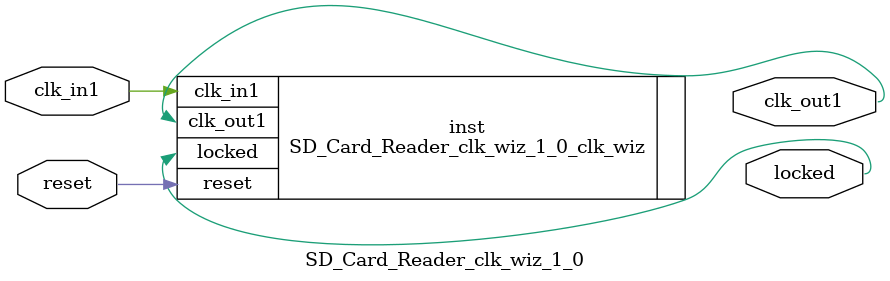
<source format=v>


`timescale 1ps/1ps

(* CORE_GENERATION_INFO = "SD_Card_Reader_clk_wiz_1_0,clk_wiz_v6_0_8_0_0,{component_name=SD_Card_Reader_clk_wiz_1_0,use_phase_alignment=true,use_min_o_jitter=false,use_max_i_jitter=false,use_dyn_phase_shift=false,use_inclk_switchover=false,use_dyn_reconfig=false,enable_axi=0,feedback_source=FDBK_AUTO,PRIMITIVE=MMCM,num_out_clk=1,clkin1_period=10.000,clkin2_period=10.000,use_power_down=false,use_reset=true,use_locked=true,use_inclk_stopped=false,feedback_type=SINGLE,CLOCK_MGR_TYPE=NA,manual_override=false}" *)

module SD_Card_Reader_clk_wiz_1_0 
 (
  // Clock out ports
  output        clk_out1,
  // Status and control signals
  input         reset,
  output        locked,
 // Clock in ports
  input         clk_in1
 );

  SD_Card_Reader_clk_wiz_1_0_clk_wiz inst
  (
  // Clock out ports  
  .clk_out1(clk_out1),
  // Status and control signals               
  .reset(reset), 
  .locked(locked),
 // Clock in ports
  .clk_in1(clk_in1)
  );

endmodule

</source>
